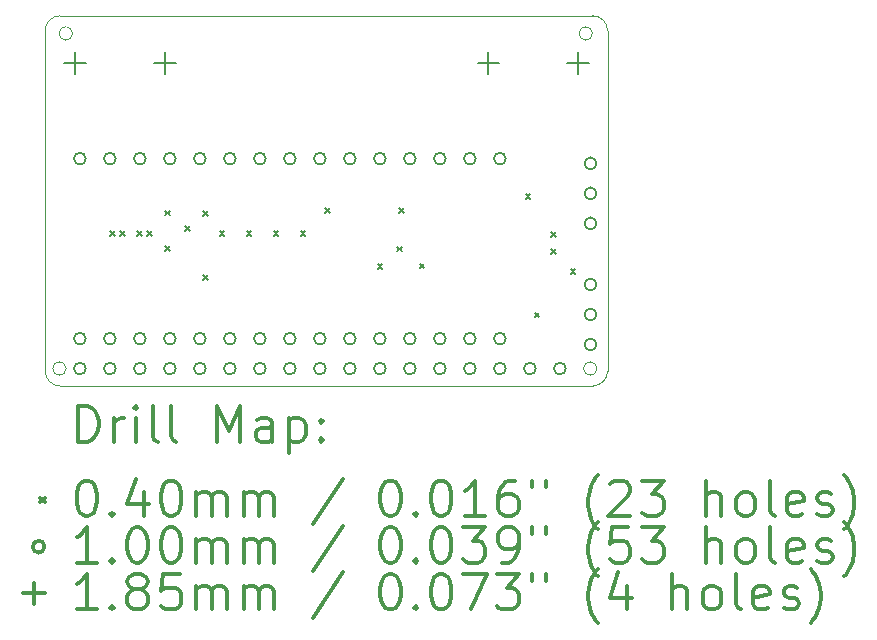
<source format=gbr>
%FSLAX45Y45*%
G04 Gerber Fmt 4.5, Leading zero omitted, Abs format (unit mm)*
G04 Created by KiCad (PCBNEW 5.1.5+dfsg1-2build2) date 2021-06-16 02:42:30*
%MOMM*%
%LPD*%
G04 APERTURE LIST*
%TA.AperFunction,Profile*%
%ADD10C,0.100000*%
%TD*%
%ADD11C,0.200000*%
%ADD12C,0.300000*%
G04 APERTURE END LIST*
D10*
X2542948Y-2461260D02*
G75*
G03X2542948Y-2461260I-56796J0D01*
G01*
X6945276Y-2461260D02*
G75*
G03X6945276Y-2461260I-56796J0D01*
G01*
X2489200Y-5298440D02*
G75*
G03X2489200Y-5298440I-56796J0D01*
G01*
X2438400Y-2311400D02*
X6946900Y-2311400D01*
X2311400Y-5318760D02*
X2311400Y-2438400D01*
X6946900Y-5445760D02*
X2438400Y-5445760D01*
X7073900Y-2438400D02*
X7073900Y-5318760D01*
X7073900Y-5318760D02*
G75*
G02X6946900Y-5445760I-127000J0D01*
G01*
X2438400Y-5445760D02*
G75*
G02X2311400Y-5318760I0J127000D01*
G01*
X2311400Y-2438400D02*
G75*
G02X2438400Y-2311400I127000J0D01*
G01*
X6946900Y-2311400D02*
G75*
G02X7073900Y-2438400I0J-127000D01*
G01*
X6983376Y-5298440D02*
G75*
G03X6983376Y-5298440I-56796J0D01*
G01*
D11*
X2860360Y-4135440D02*
X2900360Y-4175440D01*
X2900360Y-4135440D02*
X2860360Y-4175440D01*
X2947990Y-4134424D02*
X2987990Y-4174424D01*
X2987990Y-4134424D02*
X2947990Y-4174424D01*
X3089468Y-4135440D02*
X3129468Y-4175440D01*
X3129468Y-4135440D02*
X3089468Y-4175440D01*
X3174812Y-4134932D02*
X3214812Y-4174932D01*
X3214812Y-4134932D02*
X3174812Y-4174932D01*
X3325960Y-3960960D02*
X3365960Y-4000960D01*
X3365960Y-3960960D02*
X3325960Y-4000960D01*
X3325960Y-4262440D02*
X3365960Y-4302440D01*
X3365960Y-4262440D02*
X3325960Y-4302440D01*
X3497900Y-4090736D02*
X3537900Y-4130736D01*
X3537900Y-4090736D02*
X3497900Y-4130736D01*
X3647760Y-3967800D02*
X3687760Y-4007800D01*
X3687760Y-3967800D02*
X3647760Y-4007800D01*
X3647760Y-4506280D02*
X3687760Y-4546280D01*
X3687760Y-4506280D02*
X3647760Y-4546280D01*
X3790000Y-4135440D02*
X3830000Y-4175440D01*
X3830000Y-4135440D02*
X3790000Y-4175440D01*
X4018600Y-4135440D02*
X4058600Y-4175440D01*
X4058600Y-4135440D02*
X4018600Y-4175440D01*
X4247200Y-4135440D02*
X4287200Y-4175440D01*
X4287200Y-4135440D02*
X4247200Y-4175440D01*
X4475800Y-4135440D02*
X4515800Y-4175440D01*
X4515800Y-4135440D02*
X4475800Y-4175440D01*
X4684080Y-3942400D02*
X4724080Y-3982400D01*
X4724080Y-3942400D02*
X4684080Y-3982400D01*
X5126040Y-4414840D02*
X5166040Y-4454840D01*
X5166040Y-4414840D02*
X5126040Y-4454840D01*
X5293680Y-4267520D02*
X5333680Y-4307520D01*
X5333680Y-4267520D02*
X5293680Y-4307520D01*
X5308920Y-3942400D02*
X5348920Y-3982400D01*
X5348920Y-3942400D02*
X5308920Y-3982400D01*
X5481640Y-4409600D02*
X5521640Y-4449600D01*
X5521640Y-4409600D02*
X5481640Y-4449600D01*
X6380800Y-3820480D02*
X6420800Y-3860480D01*
X6420800Y-3820480D02*
X6380800Y-3860480D01*
X6457000Y-4826320D02*
X6497000Y-4866320D01*
X6497000Y-4826320D02*
X6457000Y-4866320D01*
X6594160Y-4143060D02*
X6634160Y-4183060D01*
X6634160Y-4143060D02*
X6594160Y-4183060D01*
X6594160Y-4287840D02*
X6634160Y-4327840D01*
X6634160Y-4287840D02*
X6594160Y-4327840D01*
X6761800Y-4455480D02*
X6801800Y-4495480D01*
X6801800Y-4455480D02*
X6761800Y-4495480D01*
X2656040Y-3521710D02*
G75*
G03X2656040Y-3521710I-50000J0D01*
G01*
X2910040Y-3521710D02*
G75*
G03X2910040Y-3521710I-50000J0D01*
G01*
X3164040Y-3521710D02*
G75*
G03X3164040Y-3521710I-50000J0D01*
G01*
X3418040Y-3521710D02*
G75*
G03X3418040Y-3521710I-50000J0D01*
G01*
X3672040Y-3521710D02*
G75*
G03X3672040Y-3521710I-50000J0D01*
G01*
X3926040Y-3521710D02*
G75*
G03X3926040Y-3521710I-50000J0D01*
G01*
X4180040Y-3521710D02*
G75*
G03X4180040Y-3521710I-50000J0D01*
G01*
X4434040Y-3521710D02*
G75*
G03X4434040Y-3521710I-50000J0D01*
G01*
X4688040Y-3521710D02*
G75*
G03X4688040Y-3521710I-50000J0D01*
G01*
X4942040Y-3521710D02*
G75*
G03X4942040Y-3521710I-50000J0D01*
G01*
X5196040Y-3521710D02*
G75*
G03X5196040Y-3521710I-50000J0D01*
G01*
X5450040Y-3521710D02*
G75*
G03X5450040Y-3521710I-50000J0D01*
G01*
X5704040Y-3521710D02*
G75*
G03X5704040Y-3521710I-50000J0D01*
G01*
X5958040Y-3521710D02*
G75*
G03X5958040Y-3521710I-50000J0D01*
G01*
X6212040Y-3521710D02*
G75*
G03X6212040Y-3521710I-50000J0D01*
G01*
X2656040Y-5298440D02*
G75*
G03X2656040Y-5298440I-50000J0D01*
G01*
X2910040Y-5298440D02*
G75*
G03X2910040Y-5298440I-50000J0D01*
G01*
X3164040Y-5298440D02*
G75*
G03X3164040Y-5298440I-50000J0D01*
G01*
X3418040Y-5298440D02*
G75*
G03X3418040Y-5298440I-50000J0D01*
G01*
X3672040Y-5298440D02*
G75*
G03X3672040Y-5298440I-50000J0D01*
G01*
X3926040Y-5298440D02*
G75*
G03X3926040Y-5298440I-50000J0D01*
G01*
X4180040Y-5298440D02*
G75*
G03X4180040Y-5298440I-50000J0D01*
G01*
X4434040Y-5298440D02*
G75*
G03X4434040Y-5298440I-50000J0D01*
G01*
X4688040Y-5298440D02*
G75*
G03X4688040Y-5298440I-50000J0D01*
G01*
X4942040Y-5298440D02*
G75*
G03X4942040Y-5298440I-50000J0D01*
G01*
X5196040Y-5298440D02*
G75*
G03X5196040Y-5298440I-50000J0D01*
G01*
X5450040Y-5298440D02*
G75*
G03X5450040Y-5298440I-50000J0D01*
G01*
X5704040Y-5298440D02*
G75*
G03X5704040Y-5298440I-50000J0D01*
G01*
X5958040Y-5298440D02*
G75*
G03X5958040Y-5298440I-50000J0D01*
G01*
X6212040Y-5298440D02*
G75*
G03X6212040Y-5298440I-50000J0D01*
G01*
X6466040Y-5298440D02*
G75*
G03X6466040Y-5298440I-50000J0D01*
G01*
X6720040Y-5298440D02*
G75*
G03X6720040Y-5298440I-50000J0D01*
G01*
X6979120Y-4587240D02*
G75*
G03X6979120Y-4587240I-50000J0D01*
G01*
X6979120Y-4841240D02*
G75*
G03X6979120Y-4841240I-50000J0D01*
G01*
X6979120Y-5095240D02*
G75*
G03X6979120Y-5095240I-50000J0D01*
G01*
X2656040Y-5045710D02*
G75*
G03X2656040Y-5045710I-50000J0D01*
G01*
X2910040Y-5045710D02*
G75*
G03X2910040Y-5045710I-50000J0D01*
G01*
X3164040Y-5045710D02*
G75*
G03X3164040Y-5045710I-50000J0D01*
G01*
X3418040Y-5045710D02*
G75*
G03X3418040Y-5045710I-50000J0D01*
G01*
X3672040Y-5045710D02*
G75*
G03X3672040Y-5045710I-50000J0D01*
G01*
X3926040Y-5045710D02*
G75*
G03X3926040Y-5045710I-50000J0D01*
G01*
X4180040Y-5045710D02*
G75*
G03X4180040Y-5045710I-50000J0D01*
G01*
X4434040Y-5045710D02*
G75*
G03X4434040Y-5045710I-50000J0D01*
G01*
X4688040Y-5045710D02*
G75*
G03X4688040Y-5045710I-50000J0D01*
G01*
X4942040Y-5045710D02*
G75*
G03X4942040Y-5045710I-50000J0D01*
G01*
X5196040Y-5045710D02*
G75*
G03X5196040Y-5045710I-50000J0D01*
G01*
X5450040Y-5045710D02*
G75*
G03X5450040Y-5045710I-50000J0D01*
G01*
X5704040Y-5045710D02*
G75*
G03X5704040Y-5045710I-50000J0D01*
G01*
X5958040Y-5045710D02*
G75*
G03X5958040Y-5045710I-50000J0D01*
G01*
X6212040Y-5045710D02*
G75*
G03X6212040Y-5045710I-50000J0D01*
G01*
X6979120Y-3561080D02*
G75*
G03X6979120Y-3561080I-50000J0D01*
G01*
X6979120Y-3815080D02*
G75*
G03X6979120Y-3815080I-50000J0D01*
G01*
X6979120Y-4069080D02*
G75*
G03X6979120Y-4069080I-50000J0D01*
G01*
X2565400Y-2620220D02*
X2565400Y-2805220D01*
X2472900Y-2712720D02*
X2657900Y-2712720D01*
X3325400Y-2620220D02*
X3325400Y-2805220D01*
X3232900Y-2712720D02*
X3417900Y-2712720D01*
X6065400Y-2620220D02*
X6065400Y-2805220D01*
X5972900Y-2712720D02*
X6157900Y-2712720D01*
X6825400Y-2620220D02*
X6825400Y-2805220D01*
X6732900Y-2712720D02*
X6917900Y-2712720D01*
D12*
X2592828Y-5916474D02*
X2592828Y-5616474D01*
X2664257Y-5616474D01*
X2707114Y-5630760D01*
X2735686Y-5659331D01*
X2749971Y-5687903D01*
X2764257Y-5745046D01*
X2764257Y-5787903D01*
X2749971Y-5845046D01*
X2735686Y-5873617D01*
X2707114Y-5902189D01*
X2664257Y-5916474D01*
X2592828Y-5916474D01*
X2892828Y-5916474D02*
X2892828Y-5716474D01*
X2892828Y-5773617D02*
X2907114Y-5745046D01*
X2921400Y-5730760D01*
X2949971Y-5716474D01*
X2978543Y-5716474D01*
X3078543Y-5916474D02*
X3078543Y-5716474D01*
X3078543Y-5616474D02*
X3064257Y-5630760D01*
X3078543Y-5645046D01*
X3092828Y-5630760D01*
X3078543Y-5616474D01*
X3078543Y-5645046D01*
X3264257Y-5916474D02*
X3235686Y-5902189D01*
X3221400Y-5873617D01*
X3221400Y-5616474D01*
X3421400Y-5916474D02*
X3392828Y-5902189D01*
X3378543Y-5873617D01*
X3378543Y-5616474D01*
X3764257Y-5916474D02*
X3764257Y-5616474D01*
X3864257Y-5830760D01*
X3964257Y-5616474D01*
X3964257Y-5916474D01*
X4235686Y-5916474D02*
X4235686Y-5759331D01*
X4221400Y-5730760D01*
X4192828Y-5716474D01*
X4135686Y-5716474D01*
X4107114Y-5730760D01*
X4235686Y-5902189D02*
X4207114Y-5916474D01*
X4135686Y-5916474D01*
X4107114Y-5902189D01*
X4092828Y-5873617D01*
X4092828Y-5845046D01*
X4107114Y-5816474D01*
X4135686Y-5802189D01*
X4207114Y-5802189D01*
X4235686Y-5787903D01*
X4378543Y-5716474D02*
X4378543Y-6016474D01*
X4378543Y-5730760D02*
X4407114Y-5716474D01*
X4464257Y-5716474D01*
X4492828Y-5730760D01*
X4507114Y-5745046D01*
X4521400Y-5773617D01*
X4521400Y-5859331D01*
X4507114Y-5887903D01*
X4492828Y-5902189D01*
X4464257Y-5916474D01*
X4407114Y-5916474D01*
X4378543Y-5902189D01*
X4649971Y-5887903D02*
X4664257Y-5902189D01*
X4649971Y-5916474D01*
X4635686Y-5902189D01*
X4649971Y-5887903D01*
X4649971Y-5916474D01*
X4649971Y-5730760D02*
X4664257Y-5745046D01*
X4649971Y-5759331D01*
X4635686Y-5745046D01*
X4649971Y-5730760D01*
X4649971Y-5759331D01*
X2266400Y-6390760D02*
X2306400Y-6430760D01*
X2306400Y-6390760D02*
X2266400Y-6430760D01*
X2649971Y-6246474D02*
X2678543Y-6246474D01*
X2707114Y-6260760D01*
X2721400Y-6275046D01*
X2735686Y-6303617D01*
X2749971Y-6360760D01*
X2749971Y-6432189D01*
X2735686Y-6489331D01*
X2721400Y-6517903D01*
X2707114Y-6532189D01*
X2678543Y-6546474D01*
X2649971Y-6546474D01*
X2621400Y-6532189D01*
X2607114Y-6517903D01*
X2592828Y-6489331D01*
X2578543Y-6432189D01*
X2578543Y-6360760D01*
X2592828Y-6303617D01*
X2607114Y-6275046D01*
X2621400Y-6260760D01*
X2649971Y-6246474D01*
X2878543Y-6517903D02*
X2892828Y-6532189D01*
X2878543Y-6546474D01*
X2864257Y-6532189D01*
X2878543Y-6517903D01*
X2878543Y-6546474D01*
X3149971Y-6346474D02*
X3149971Y-6546474D01*
X3078543Y-6232189D02*
X3007114Y-6446474D01*
X3192828Y-6446474D01*
X3364257Y-6246474D02*
X3392828Y-6246474D01*
X3421400Y-6260760D01*
X3435686Y-6275046D01*
X3449971Y-6303617D01*
X3464257Y-6360760D01*
X3464257Y-6432189D01*
X3449971Y-6489331D01*
X3435686Y-6517903D01*
X3421400Y-6532189D01*
X3392828Y-6546474D01*
X3364257Y-6546474D01*
X3335686Y-6532189D01*
X3321400Y-6517903D01*
X3307114Y-6489331D01*
X3292828Y-6432189D01*
X3292828Y-6360760D01*
X3307114Y-6303617D01*
X3321400Y-6275046D01*
X3335686Y-6260760D01*
X3364257Y-6246474D01*
X3592828Y-6546474D02*
X3592828Y-6346474D01*
X3592828Y-6375046D02*
X3607114Y-6360760D01*
X3635686Y-6346474D01*
X3678543Y-6346474D01*
X3707114Y-6360760D01*
X3721400Y-6389331D01*
X3721400Y-6546474D01*
X3721400Y-6389331D02*
X3735686Y-6360760D01*
X3764257Y-6346474D01*
X3807114Y-6346474D01*
X3835686Y-6360760D01*
X3849971Y-6389331D01*
X3849971Y-6546474D01*
X3992828Y-6546474D02*
X3992828Y-6346474D01*
X3992828Y-6375046D02*
X4007114Y-6360760D01*
X4035686Y-6346474D01*
X4078543Y-6346474D01*
X4107114Y-6360760D01*
X4121400Y-6389331D01*
X4121400Y-6546474D01*
X4121400Y-6389331D02*
X4135686Y-6360760D01*
X4164257Y-6346474D01*
X4207114Y-6346474D01*
X4235686Y-6360760D01*
X4249971Y-6389331D01*
X4249971Y-6546474D01*
X4835686Y-6232189D02*
X4578543Y-6617903D01*
X5221400Y-6246474D02*
X5249971Y-6246474D01*
X5278543Y-6260760D01*
X5292828Y-6275046D01*
X5307114Y-6303617D01*
X5321400Y-6360760D01*
X5321400Y-6432189D01*
X5307114Y-6489331D01*
X5292828Y-6517903D01*
X5278543Y-6532189D01*
X5249971Y-6546474D01*
X5221400Y-6546474D01*
X5192828Y-6532189D01*
X5178543Y-6517903D01*
X5164257Y-6489331D01*
X5149971Y-6432189D01*
X5149971Y-6360760D01*
X5164257Y-6303617D01*
X5178543Y-6275046D01*
X5192828Y-6260760D01*
X5221400Y-6246474D01*
X5449971Y-6517903D02*
X5464257Y-6532189D01*
X5449971Y-6546474D01*
X5435686Y-6532189D01*
X5449971Y-6517903D01*
X5449971Y-6546474D01*
X5649971Y-6246474D02*
X5678543Y-6246474D01*
X5707114Y-6260760D01*
X5721400Y-6275046D01*
X5735686Y-6303617D01*
X5749971Y-6360760D01*
X5749971Y-6432189D01*
X5735686Y-6489331D01*
X5721400Y-6517903D01*
X5707114Y-6532189D01*
X5678543Y-6546474D01*
X5649971Y-6546474D01*
X5621400Y-6532189D01*
X5607114Y-6517903D01*
X5592828Y-6489331D01*
X5578543Y-6432189D01*
X5578543Y-6360760D01*
X5592828Y-6303617D01*
X5607114Y-6275046D01*
X5621400Y-6260760D01*
X5649971Y-6246474D01*
X6035686Y-6546474D02*
X5864257Y-6546474D01*
X5949971Y-6546474D02*
X5949971Y-6246474D01*
X5921400Y-6289331D01*
X5892828Y-6317903D01*
X5864257Y-6332189D01*
X6292828Y-6246474D02*
X6235686Y-6246474D01*
X6207114Y-6260760D01*
X6192828Y-6275046D01*
X6164257Y-6317903D01*
X6149971Y-6375046D01*
X6149971Y-6489331D01*
X6164257Y-6517903D01*
X6178543Y-6532189D01*
X6207114Y-6546474D01*
X6264257Y-6546474D01*
X6292828Y-6532189D01*
X6307114Y-6517903D01*
X6321400Y-6489331D01*
X6321400Y-6417903D01*
X6307114Y-6389331D01*
X6292828Y-6375046D01*
X6264257Y-6360760D01*
X6207114Y-6360760D01*
X6178543Y-6375046D01*
X6164257Y-6389331D01*
X6149971Y-6417903D01*
X6435686Y-6246474D02*
X6435686Y-6303617D01*
X6549971Y-6246474D02*
X6549971Y-6303617D01*
X6992828Y-6660760D02*
X6978543Y-6646474D01*
X6949971Y-6603617D01*
X6935686Y-6575046D01*
X6921400Y-6532189D01*
X6907114Y-6460760D01*
X6907114Y-6403617D01*
X6921400Y-6332189D01*
X6935686Y-6289331D01*
X6949971Y-6260760D01*
X6978543Y-6217903D01*
X6992828Y-6203617D01*
X7092828Y-6275046D02*
X7107114Y-6260760D01*
X7135686Y-6246474D01*
X7207114Y-6246474D01*
X7235686Y-6260760D01*
X7249971Y-6275046D01*
X7264257Y-6303617D01*
X7264257Y-6332189D01*
X7249971Y-6375046D01*
X7078543Y-6546474D01*
X7264257Y-6546474D01*
X7364257Y-6246474D02*
X7549971Y-6246474D01*
X7449971Y-6360760D01*
X7492828Y-6360760D01*
X7521400Y-6375046D01*
X7535686Y-6389331D01*
X7549971Y-6417903D01*
X7549971Y-6489331D01*
X7535686Y-6517903D01*
X7521400Y-6532189D01*
X7492828Y-6546474D01*
X7407114Y-6546474D01*
X7378543Y-6532189D01*
X7364257Y-6517903D01*
X7907114Y-6546474D02*
X7907114Y-6246474D01*
X8035686Y-6546474D02*
X8035686Y-6389331D01*
X8021400Y-6360760D01*
X7992828Y-6346474D01*
X7949971Y-6346474D01*
X7921400Y-6360760D01*
X7907114Y-6375046D01*
X8221400Y-6546474D02*
X8192828Y-6532189D01*
X8178543Y-6517903D01*
X8164257Y-6489331D01*
X8164257Y-6403617D01*
X8178543Y-6375046D01*
X8192828Y-6360760D01*
X8221400Y-6346474D01*
X8264257Y-6346474D01*
X8292828Y-6360760D01*
X8307114Y-6375046D01*
X8321400Y-6403617D01*
X8321400Y-6489331D01*
X8307114Y-6517903D01*
X8292828Y-6532189D01*
X8264257Y-6546474D01*
X8221400Y-6546474D01*
X8492828Y-6546474D02*
X8464257Y-6532189D01*
X8449971Y-6503617D01*
X8449971Y-6246474D01*
X8721400Y-6532189D02*
X8692828Y-6546474D01*
X8635686Y-6546474D01*
X8607114Y-6532189D01*
X8592828Y-6503617D01*
X8592828Y-6389331D01*
X8607114Y-6360760D01*
X8635686Y-6346474D01*
X8692828Y-6346474D01*
X8721400Y-6360760D01*
X8735686Y-6389331D01*
X8735686Y-6417903D01*
X8592828Y-6446474D01*
X8849971Y-6532189D02*
X8878543Y-6546474D01*
X8935686Y-6546474D01*
X8964257Y-6532189D01*
X8978543Y-6503617D01*
X8978543Y-6489331D01*
X8964257Y-6460760D01*
X8935686Y-6446474D01*
X8892828Y-6446474D01*
X8864257Y-6432189D01*
X8849971Y-6403617D01*
X8849971Y-6389331D01*
X8864257Y-6360760D01*
X8892828Y-6346474D01*
X8935686Y-6346474D01*
X8964257Y-6360760D01*
X9078543Y-6660760D02*
X9092828Y-6646474D01*
X9121400Y-6603617D01*
X9135686Y-6575046D01*
X9149971Y-6532189D01*
X9164257Y-6460760D01*
X9164257Y-6403617D01*
X9149971Y-6332189D01*
X9135686Y-6289331D01*
X9121400Y-6260760D01*
X9092828Y-6217903D01*
X9078543Y-6203617D01*
X2306400Y-6806760D02*
G75*
G03X2306400Y-6806760I-50000J0D01*
G01*
X2749971Y-6942474D02*
X2578543Y-6942474D01*
X2664257Y-6942474D02*
X2664257Y-6642474D01*
X2635686Y-6685331D01*
X2607114Y-6713903D01*
X2578543Y-6728189D01*
X2878543Y-6913903D02*
X2892828Y-6928189D01*
X2878543Y-6942474D01*
X2864257Y-6928189D01*
X2878543Y-6913903D01*
X2878543Y-6942474D01*
X3078543Y-6642474D02*
X3107114Y-6642474D01*
X3135686Y-6656760D01*
X3149971Y-6671046D01*
X3164257Y-6699617D01*
X3178543Y-6756760D01*
X3178543Y-6828189D01*
X3164257Y-6885331D01*
X3149971Y-6913903D01*
X3135686Y-6928189D01*
X3107114Y-6942474D01*
X3078543Y-6942474D01*
X3049971Y-6928189D01*
X3035686Y-6913903D01*
X3021400Y-6885331D01*
X3007114Y-6828189D01*
X3007114Y-6756760D01*
X3021400Y-6699617D01*
X3035686Y-6671046D01*
X3049971Y-6656760D01*
X3078543Y-6642474D01*
X3364257Y-6642474D02*
X3392828Y-6642474D01*
X3421400Y-6656760D01*
X3435686Y-6671046D01*
X3449971Y-6699617D01*
X3464257Y-6756760D01*
X3464257Y-6828189D01*
X3449971Y-6885331D01*
X3435686Y-6913903D01*
X3421400Y-6928189D01*
X3392828Y-6942474D01*
X3364257Y-6942474D01*
X3335686Y-6928189D01*
X3321400Y-6913903D01*
X3307114Y-6885331D01*
X3292828Y-6828189D01*
X3292828Y-6756760D01*
X3307114Y-6699617D01*
X3321400Y-6671046D01*
X3335686Y-6656760D01*
X3364257Y-6642474D01*
X3592828Y-6942474D02*
X3592828Y-6742474D01*
X3592828Y-6771046D02*
X3607114Y-6756760D01*
X3635686Y-6742474D01*
X3678543Y-6742474D01*
X3707114Y-6756760D01*
X3721400Y-6785331D01*
X3721400Y-6942474D01*
X3721400Y-6785331D02*
X3735686Y-6756760D01*
X3764257Y-6742474D01*
X3807114Y-6742474D01*
X3835686Y-6756760D01*
X3849971Y-6785331D01*
X3849971Y-6942474D01*
X3992828Y-6942474D02*
X3992828Y-6742474D01*
X3992828Y-6771046D02*
X4007114Y-6756760D01*
X4035686Y-6742474D01*
X4078543Y-6742474D01*
X4107114Y-6756760D01*
X4121400Y-6785331D01*
X4121400Y-6942474D01*
X4121400Y-6785331D02*
X4135686Y-6756760D01*
X4164257Y-6742474D01*
X4207114Y-6742474D01*
X4235686Y-6756760D01*
X4249971Y-6785331D01*
X4249971Y-6942474D01*
X4835686Y-6628189D02*
X4578543Y-7013903D01*
X5221400Y-6642474D02*
X5249971Y-6642474D01*
X5278543Y-6656760D01*
X5292828Y-6671046D01*
X5307114Y-6699617D01*
X5321400Y-6756760D01*
X5321400Y-6828189D01*
X5307114Y-6885331D01*
X5292828Y-6913903D01*
X5278543Y-6928189D01*
X5249971Y-6942474D01*
X5221400Y-6942474D01*
X5192828Y-6928189D01*
X5178543Y-6913903D01*
X5164257Y-6885331D01*
X5149971Y-6828189D01*
X5149971Y-6756760D01*
X5164257Y-6699617D01*
X5178543Y-6671046D01*
X5192828Y-6656760D01*
X5221400Y-6642474D01*
X5449971Y-6913903D02*
X5464257Y-6928189D01*
X5449971Y-6942474D01*
X5435686Y-6928189D01*
X5449971Y-6913903D01*
X5449971Y-6942474D01*
X5649971Y-6642474D02*
X5678543Y-6642474D01*
X5707114Y-6656760D01*
X5721400Y-6671046D01*
X5735686Y-6699617D01*
X5749971Y-6756760D01*
X5749971Y-6828189D01*
X5735686Y-6885331D01*
X5721400Y-6913903D01*
X5707114Y-6928189D01*
X5678543Y-6942474D01*
X5649971Y-6942474D01*
X5621400Y-6928189D01*
X5607114Y-6913903D01*
X5592828Y-6885331D01*
X5578543Y-6828189D01*
X5578543Y-6756760D01*
X5592828Y-6699617D01*
X5607114Y-6671046D01*
X5621400Y-6656760D01*
X5649971Y-6642474D01*
X5849971Y-6642474D02*
X6035686Y-6642474D01*
X5935686Y-6756760D01*
X5978543Y-6756760D01*
X6007114Y-6771046D01*
X6021400Y-6785331D01*
X6035686Y-6813903D01*
X6035686Y-6885331D01*
X6021400Y-6913903D01*
X6007114Y-6928189D01*
X5978543Y-6942474D01*
X5892828Y-6942474D01*
X5864257Y-6928189D01*
X5849971Y-6913903D01*
X6178543Y-6942474D02*
X6235686Y-6942474D01*
X6264257Y-6928189D01*
X6278543Y-6913903D01*
X6307114Y-6871046D01*
X6321400Y-6813903D01*
X6321400Y-6699617D01*
X6307114Y-6671046D01*
X6292828Y-6656760D01*
X6264257Y-6642474D01*
X6207114Y-6642474D01*
X6178543Y-6656760D01*
X6164257Y-6671046D01*
X6149971Y-6699617D01*
X6149971Y-6771046D01*
X6164257Y-6799617D01*
X6178543Y-6813903D01*
X6207114Y-6828189D01*
X6264257Y-6828189D01*
X6292828Y-6813903D01*
X6307114Y-6799617D01*
X6321400Y-6771046D01*
X6435686Y-6642474D02*
X6435686Y-6699617D01*
X6549971Y-6642474D02*
X6549971Y-6699617D01*
X6992828Y-7056760D02*
X6978543Y-7042474D01*
X6949971Y-6999617D01*
X6935686Y-6971046D01*
X6921400Y-6928189D01*
X6907114Y-6856760D01*
X6907114Y-6799617D01*
X6921400Y-6728189D01*
X6935686Y-6685331D01*
X6949971Y-6656760D01*
X6978543Y-6613903D01*
X6992828Y-6599617D01*
X7249971Y-6642474D02*
X7107114Y-6642474D01*
X7092828Y-6785331D01*
X7107114Y-6771046D01*
X7135686Y-6756760D01*
X7207114Y-6756760D01*
X7235686Y-6771046D01*
X7249971Y-6785331D01*
X7264257Y-6813903D01*
X7264257Y-6885331D01*
X7249971Y-6913903D01*
X7235686Y-6928189D01*
X7207114Y-6942474D01*
X7135686Y-6942474D01*
X7107114Y-6928189D01*
X7092828Y-6913903D01*
X7364257Y-6642474D02*
X7549971Y-6642474D01*
X7449971Y-6756760D01*
X7492828Y-6756760D01*
X7521400Y-6771046D01*
X7535686Y-6785331D01*
X7549971Y-6813903D01*
X7549971Y-6885331D01*
X7535686Y-6913903D01*
X7521400Y-6928189D01*
X7492828Y-6942474D01*
X7407114Y-6942474D01*
X7378543Y-6928189D01*
X7364257Y-6913903D01*
X7907114Y-6942474D02*
X7907114Y-6642474D01*
X8035686Y-6942474D02*
X8035686Y-6785331D01*
X8021400Y-6756760D01*
X7992828Y-6742474D01*
X7949971Y-6742474D01*
X7921400Y-6756760D01*
X7907114Y-6771046D01*
X8221400Y-6942474D02*
X8192828Y-6928189D01*
X8178543Y-6913903D01*
X8164257Y-6885331D01*
X8164257Y-6799617D01*
X8178543Y-6771046D01*
X8192828Y-6756760D01*
X8221400Y-6742474D01*
X8264257Y-6742474D01*
X8292828Y-6756760D01*
X8307114Y-6771046D01*
X8321400Y-6799617D01*
X8321400Y-6885331D01*
X8307114Y-6913903D01*
X8292828Y-6928189D01*
X8264257Y-6942474D01*
X8221400Y-6942474D01*
X8492828Y-6942474D02*
X8464257Y-6928189D01*
X8449971Y-6899617D01*
X8449971Y-6642474D01*
X8721400Y-6928189D02*
X8692828Y-6942474D01*
X8635686Y-6942474D01*
X8607114Y-6928189D01*
X8592828Y-6899617D01*
X8592828Y-6785331D01*
X8607114Y-6756760D01*
X8635686Y-6742474D01*
X8692828Y-6742474D01*
X8721400Y-6756760D01*
X8735686Y-6785331D01*
X8735686Y-6813903D01*
X8592828Y-6842474D01*
X8849971Y-6928189D02*
X8878543Y-6942474D01*
X8935686Y-6942474D01*
X8964257Y-6928189D01*
X8978543Y-6899617D01*
X8978543Y-6885331D01*
X8964257Y-6856760D01*
X8935686Y-6842474D01*
X8892828Y-6842474D01*
X8864257Y-6828189D01*
X8849971Y-6799617D01*
X8849971Y-6785331D01*
X8864257Y-6756760D01*
X8892828Y-6742474D01*
X8935686Y-6742474D01*
X8964257Y-6756760D01*
X9078543Y-7056760D02*
X9092828Y-7042474D01*
X9121400Y-6999617D01*
X9135686Y-6971046D01*
X9149971Y-6928189D01*
X9164257Y-6856760D01*
X9164257Y-6799617D01*
X9149971Y-6728189D01*
X9135686Y-6685331D01*
X9121400Y-6656760D01*
X9092828Y-6613903D01*
X9078543Y-6599617D01*
X2213900Y-7110260D02*
X2213900Y-7295260D01*
X2121400Y-7202760D02*
X2306400Y-7202760D01*
X2749971Y-7338474D02*
X2578543Y-7338474D01*
X2664257Y-7338474D02*
X2664257Y-7038474D01*
X2635686Y-7081331D01*
X2607114Y-7109903D01*
X2578543Y-7124189D01*
X2878543Y-7309903D02*
X2892828Y-7324189D01*
X2878543Y-7338474D01*
X2864257Y-7324189D01*
X2878543Y-7309903D01*
X2878543Y-7338474D01*
X3064257Y-7167046D02*
X3035686Y-7152760D01*
X3021400Y-7138474D01*
X3007114Y-7109903D01*
X3007114Y-7095617D01*
X3021400Y-7067046D01*
X3035686Y-7052760D01*
X3064257Y-7038474D01*
X3121400Y-7038474D01*
X3149971Y-7052760D01*
X3164257Y-7067046D01*
X3178543Y-7095617D01*
X3178543Y-7109903D01*
X3164257Y-7138474D01*
X3149971Y-7152760D01*
X3121400Y-7167046D01*
X3064257Y-7167046D01*
X3035686Y-7181331D01*
X3021400Y-7195617D01*
X3007114Y-7224189D01*
X3007114Y-7281331D01*
X3021400Y-7309903D01*
X3035686Y-7324189D01*
X3064257Y-7338474D01*
X3121400Y-7338474D01*
X3149971Y-7324189D01*
X3164257Y-7309903D01*
X3178543Y-7281331D01*
X3178543Y-7224189D01*
X3164257Y-7195617D01*
X3149971Y-7181331D01*
X3121400Y-7167046D01*
X3449971Y-7038474D02*
X3307114Y-7038474D01*
X3292828Y-7181331D01*
X3307114Y-7167046D01*
X3335686Y-7152760D01*
X3407114Y-7152760D01*
X3435686Y-7167046D01*
X3449971Y-7181331D01*
X3464257Y-7209903D01*
X3464257Y-7281331D01*
X3449971Y-7309903D01*
X3435686Y-7324189D01*
X3407114Y-7338474D01*
X3335686Y-7338474D01*
X3307114Y-7324189D01*
X3292828Y-7309903D01*
X3592828Y-7338474D02*
X3592828Y-7138474D01*
X3592828Y-7167046D02*
X3607114Y-7152760D01*
X3635686Y-7138474D01*
X3678543Y-7138474D01*
X3707114Y-7152760D01*
X3721400Y-7181331D01*
X3721400Y-7338474D01*
X3721400Y-7181331D02*
X3735686Y-7152760D01*
X3764257Y-7138474D01*
X3807114Y-7138474D01*
X3835686Y-7152760D01*
X3849971Y-7181331D01*
X3849971Y-7338474D01*
X3992828Y-7338474D02*
X3992828Y-7138474D01*
X3992828Y-7167046D02*
X4007114Y-7152760D01*
X4035686Y-7138474D01*
X4078543Y-7138474D01*
X4107114Y-7152760D01*
X4121400Y-7181331D01*
X4121400Y-7338474D01*
X4121400Y-7181331D02*
X4135686Y-7152760D01*
X4164257Y-7138474D01*
X4207114Y-7138474D01*
X4235686Y-7152760D01*
X4249971Y-7181331D01*
X4249971Y-7338474D01*
X4835686Y-7024189D02*
X4578543Y-7409903D01*
X5221400Y-7038474D02*
X5249971Y-7038474D01*
X5278543Y-7052760D01*
X5292828Y-7067046D01*
X5307114Y-7095617D01*
X5321400Y-7152760D01*
X5321400Y-7224189D01*
X5307114Y-7281331D01*
X5292828Y-7309903D01*
X5278543Y-7324189D01*
X5249971Y-7338474D01*
X5221400Y-7338474D01*
X5192828Y-7324189D01*
X5178543Y-7309903D01*
X5164257Y-7281331D01*
X5149971Y-7224189D01*
X5149971Y-7152760D01*
X5164257Y-7095617D01*
X5178543Y-7067046D01*
X5192828Y-7052760D01*
X5221400Y-7038474D01*
X5449971Y-7309903D02*
X5464257Y-7324189D01*
X5449971Y-7338474D01*
X5435686Y-7324189D01*
X5449971Y-7309903D01*
X5449971Y-7338474D01*
X5649971Y-7038474D02*
X5678543Y-7038474D01*
X5707114Y-7052760D01*
X5721400Y-7067046D01*
X5735686Y-7095617D01*
X5749971Y-7152760D01*
X5749971Y-7224189D01*
X5735686Y-7281331D01*
X5721400Y-7309903D01*
X5707114Y-7324189D01*
X5678543Y-7338474D01*
X5649971Y-7338474D01*
X5621400Y-7324189D01*
X5607114Y-7309903D01*
X5592828Y-7281331D01*
X5578543Y-7224189D01*
X5578543Y-7152760D01*
X5592828Y-7095617D01*
X5607114Y-7067046D01*
X5621400Y-7052760D01*
X5649971Y-7038474D01*
X5849971Y-7038474D02*
X6049971Y-7038474D01*
X5921400Y-7338474D01*
X6135686Y-7038474D02*
X6321400Y-7038474D01*
X6221400Y-7152760D01*
X6264257Y-7152760D01*
X6292828Y-7167046D01*
X6307114Y-7181331D01*
X6321400Y-7209903D01*
X6321400Y-7281331D01*
X6307114Y-7309903D01*
X6292828Y-7324189D01*
X6264257Y-7338474D01*
X6178543Y-7338474D01*
X6149971Y-7324189D01*
X6135686Y-7309903D01*
X6435686Y-7038474D02*
X6435686Y-7095617D01*
X6549971Y-7038474D02*
X6549971Y-7095617D01*
X6992828Y-7452760D02*
X6978543Y-7438474D01*
X6949971Y-7395617D01*
X6935686Y-7367046D01*
X6921400Y-7324189D01*
X6907114Y-7252760D01*
X6907114Y-7195617D01*
X6921400Y-7124189D01*
X6935686Y-7081331D01*
X6949971Y-7052760D01*
X6978543Y-7009903D01*
X6992828Y-6995617D01*
X7235686Y-7138474D02*
X7235686Y-7338474D01*
X7164257Y-7024189D02*
X7092828Y-7238474D01*
X7278543Y-7238474D01*
X7621400Y-7338474D02*
X7621400Y-7038474D01*
X7749971Y-7338474D02*
X7749971Y-7181331D01*
X7735686Y-7152760D01*
X7707114Y-7138474D01*
X7664257Y-7138474D01*
X7635686Y-7152760D01*
X7621400Y-7167046D01*
X7935686Y-7338474D02*
X7907114Y-7324189D01*
X7892828Y-7309903D01*
X7878543Y-7281331D01*
X7878543Y-7195617D01*
X7892828Y-7167046D01*
X7907114Y-7152760D01*
X7935686Y-7138474D01*
X7978543Y-7138474D01*
X8007114Y-7152760D01*
X8021400Y-7167046D01*
X8035686Y-7195617D01*
X8035686Y-7281331D01*
X8021400Y-7309903D01*
X8007114Y-7324189D01*
X7978543Y-7338474D01*
X7935686Y-7338474D01*
X8207114Y-7338474D02*
X8178543Y-7324189D01*
X8164257Y-7295617D01*
X8164257Y-7038474D01*
X8435686Y-7324189D02*
X8407114Y-7338474D01*
X8349971Y-7338474D01*
X8321400Y-7324189D01*
X8307114Y-7295617D01*
X8307114Y-7181331D01*
X8321400Y-7152760D01*
X8349971Y-7138474D01*
X8407114Y-7138474D01*
X8435686Y-7152760D01*
X8449971Y-7181331D01*
X8449971Y-7209903D01*
X8307114Y-7238474D01*
X8564257Y-7324189D02*
X8592828Y-7338474D01*
X8649971Y-7338474D01*
X8678543Y-7324189D01*
X8692828Y-7295617D01*
X8692828Y-7281331D01*
X8678543Y-7252760D01*
X8649971Y-7238474D01*
X8607114Y-7238474D01*
X8578543Y-7224189D01*
X8564257Y-7195617D01*
X8564257Y-7181331D01*
X8578543Y-7152760D01*
X8607114Y-7138474D01*
X8649971Y-7138474D01*
X8678543Y-7152760D01*
X8792828Y-7452760D02*
X8807114Y-7438474D01*
X8835686Y-7395617D01*
X8849971Y-7367046D01*
X8864257Y-7324189D01*
X8878543Y-7252760D01*
X8878543Y-7195617D01*
X8864257Y-7124189D01*
X8849971Y-7081331D01*
X8835686Y-7052760D01*
X8807114Y-7009903D01*
X8792828Y-6995617D01*
M02*

</source>
